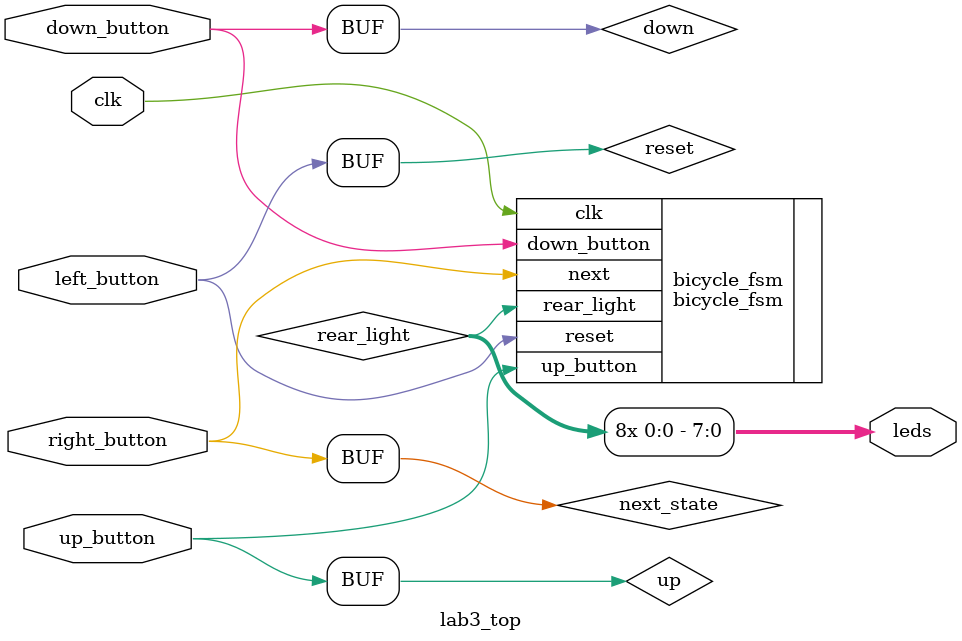
<source format=v>
/*******************************************************************************
Copyright (c) 2012, Stanford University
All rights reserved.

Redistribution and use in source and binary forms, with or without
modification, are permitted provided that the following conditions are met:
1. Redistributions of source code must retain the above copyright
   notice, this list of conditions and the following disclaimer.
2. Redistributions in binary form must reproduce the above copyright
   notice, this list of conditions and the following disclaimer in the
   documentation and/or other materials provided with the distribution.
3. All advertising materials mentioning features or use of this software
   must display the following acknowledgement:
   This product includes software developed at Stanford University.
4. Neither the name of Stanford Univerity nor the
   names of its contributors may be used to endorse or promote products
   derived from this software without specific prior written permission.

THIS SOFTWARE IS PROVIDED BY STANFORD UNIVERSITY ''AS IS'' AND ANY
EXPRESS OR IMPLIED WARRANTIES, INCLUDING, BUT NOT LIMITED TO, THE IMPLIED
WARRANTIES OF MERCHANTABILITY AND FITNESS FOR A PARTICULAR PURPOSE ARE
DISCLAIMED. IN NO EVENT SHALL STANFORD UNIVERSITY BE LIABLE FOR ANY
DIRECT, INDIRECT, INCIDENTAL, SPECIAL, EXEMPLARY, OR CONSEQUENTIAL DAMAGES
(INCLUDING, BUT NOT LIMITED TO, PROCUREMENT OF SUBSTITUTE GOODS OR SERVICES;
LOSS OF USE, DATA, OR PROFITS; OR BUSINESS INTERRUPTION) HOWEVER CAUSED AND
ON ANY THEORY OF LIABILITY, WHETHER IN CONTRACT, STRICT LIABILITY, OR TORT
(INCLUDING NEGLIGENCE OR OTHERWISE) ARISING IN ANY WAY OUT OF THE USE OF THIS
SOFTWARE, EVEN IF ADVISED OF THE POSSIBILITY OF SUCH DAMAGE.
*******************************************************************************/
// Lab 3: Bicycle Light
//
// This module is the top-level module for the rear bicycle light.
//
// The inputs to the module are a clock, and four buttons: left, right, up, and
// down. The output of the module is rear_light (the bicycle light following
// the specified behavior).

module lab3_top (
    input clk,
    input left_button, right_button, up_button, down_button,
    output wire [7:0] leds
);  

    wire reset = left_button; // left button pushed to reset
    wire next_state;          // right button pushed to go to the next state
    wire up;                  // up button pushed to increment speed modifier
    wire down;                // down button pushed to decrement speed modifier

    wire rear_light;
    assign leds = {8{rear_light}}; // a really bright light!

    // *************************************************************************
    // Button press units: synchronize, debouce and one-pulse button presses
    // *************************************************************************

    /* For simulation, you'll want to comment out the button press units (since
     * they count for several ms to debounce the switch) and uncomment the
     * assignments.  For the hardware, we need the synchronization, debouncing,
     * and one-pulsing of the button_press_unit, so comment out the assignment
     * and uncomment the instantiations before synthesizing.
     */

    // Uncomment instantiations for synthesis
    /*
    button_press_unit bpu_right(
        .clk(clk),
        .reset(reset),
        .in(right_button),
        .out(next_state)
    );
    button_press_unit bpu_up(
        .clk(clk),
        .reset(reset),
        .in(up_button),
        .out(up)
    );
    button_press_unit bpu_down(
        .clk(clk),
        .reset(reset),
        .in(down_button),
        .out(down)
    );
    */

    // Comment out these assignments for synthesis;
    // leave them in during simulation
    assign next_state = right_button;
    assign up = up_button;
    assign down = down_button;

    // *************************************************************************
    // Bicycle FSM -- to be completed
    // *************************************************************************

    bicycle_fsm bicycle_fsm(
        .clk(clk),
        .reset(reset),
        .up_button(up),
        .down_button(down),
        .next(next_state),
        .rear_light(rear_light)
    );

endmodule

</source>
